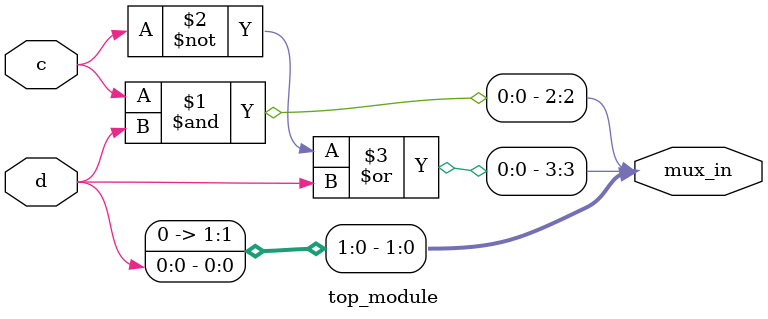
<source format=sv>
module top_module (
    input c,
    input d,
    output [3:0] mux_in
);

    assign mux_in[0] = d;           // ab = 00, (cd) = 00 or 10 (both cases output 1)
    assign mux_in[1] = 1'b0;        // ab = 01, (all cases output 0)
    assign mux_in[2] = (c & d);     // ab = 11, (cd) = 11 (output 1), otherwise (00, 01, 10) -> output 0
    assign mux_in[3] = ~c | d;      // ab = 10, (cd) = 00, 10 (output 1), otherwise (01, 11) -> output 0

endmodule

</source>
